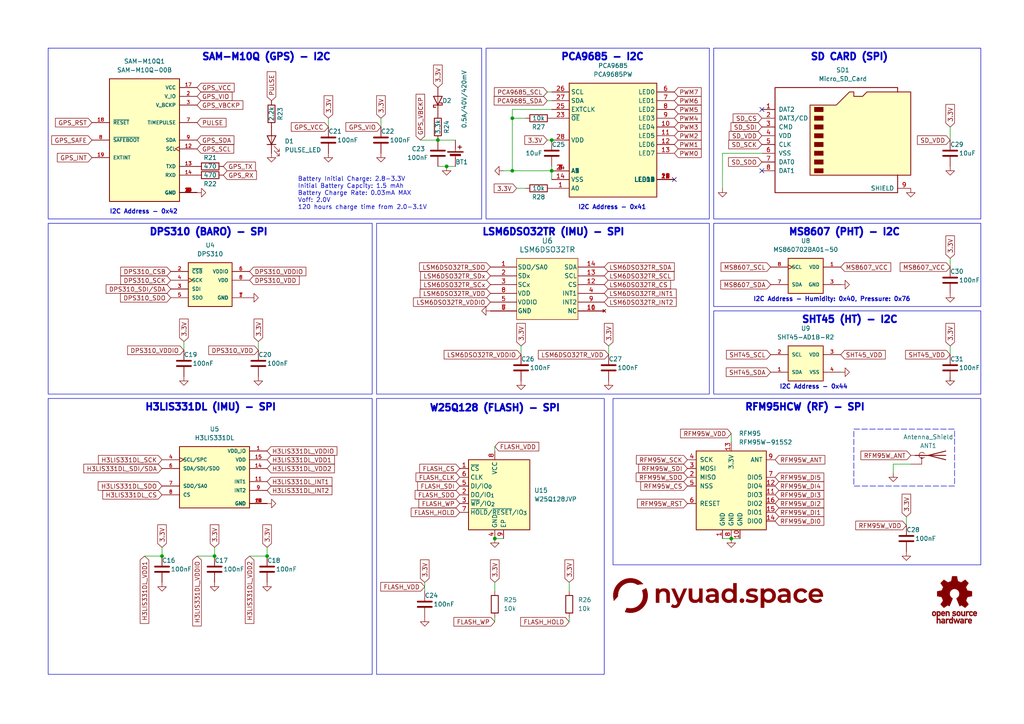
<source format=kicad_sch>
(kicad_sch (version 20250114) (generator "eeschema") (generator_version "9.0")
  (paper "A4")
  (title_block (title "Sensors & Active Components") (company "Aether Flight Computer"))
  (lib_symbols
    (symbol "Connector:Micro_SD_Card" (pin_names (offset 1.016))
      (property "Reference" "J" (at -16.51 15.24 0))
      (property "Value" "Micro_SD_Card" (at 16.51 15.24 0))
      (symbol "Micro_SD_Card_1_1"
        (pin bidirectional line (at -22.86 7.62 0) (length 3.81) (name "DAT2") (number "1"))
        (pin bidirectional line (at -22.86 5.08 0) (length 3.81) (name "DAT3/CD") (number "2"))
        (pin input line (at -22.86 2.54 0) (length 3.81) (name "CMD") (number "3"))
        (pin power_in line (at -22.86 0 0) (length 3.81) (name "VDD") (number "4"))
        (pin input line (at -22.86 -2.54 0) (length 3.81) (name "CLK") (number "5"))
        (pin power_in line (at -22.86 -5.08 0) (length 3.81) (name "VSS") (number "6"))
        (pin bidirectional line (at -22.86 -7.62 0) (length 3.81) (name "DAT0") (number "7"))
        (pin bidirectional line (at -22.86 -10.16 0) (length 3.81) (name "DAT1") (number "8"))
        (pin passive line (at 20.32 -15.24 180) (length 3.81) (name "SHIELD") (number "9"))
      )
    )
    (symbol "DPS310:DPS310" (pin_names (offset 1.016))
      (property "Reference" "U7" (at 0 11.43 0))
      (property "Value" "DPS310" (at 0 8.89 0))
      (symbol "DPS310_0_0"
        (pin input line (at -11.43 3.81 0) (length 5.08) (name "~{CSB}") (number "2"))
        (pin input clock (at -11.43 1.27 0) (length 5.08) (name "SCK") (number "4"))
        (pin bidirectional line (at -11.43 -1.27 0) (length 5.08) (name "SDI") (number "3"))
        (pin output line (at -11.43 -3.81 0) (length 5.08) (name "SDO") (number "5"))
        (pin power_in line (at 11.43 3.81 180) (length 5.08) (name "VDDIO") (number "6"))
        (pin power_in line (at 11.43 1.27 180) (length 5.08) (name "VDD") (number "8"))
        (pin power_in line (at 11.43 -3.81 180) (length 5.08) (name "GND") (number "1"))
        (pin power_in line (at 11.43 -3.81 180) (length 5.08) (name "GND") (number "7"))
      )
    )
    (symbol "Device:Antenna_Shield" (pin_numbers (hide yes)) (pin_names (offset 1.016) (hide yes))
      (property "Reference" "AE" (at -1.905 4.445 0))
      (property "Value" "Antenna_Shield" (at -1.905 2.54 0))
      (symbol "Antenna_Shield_1_1"
        (pin input line (at 0 -5.08 90) (length 2.54) (name "A") (number "1"))
        (pin input line (at 2.54 -5.08 90) (length 2.54) (name "Shield") (number "2"))
      )
    )
    (symbol "Device:Battery_Cell" (pin_numbers (hide yes)) (pin_names (offset 0) (hide yes))
      (property "Reference" "BT" (at 2.54 2.54 0))
      (property "Value" "Battery_Cell" (at 2.54 0 0))
      (symbol "Battery_Cell_1_1"
        (pin passive line (at 0 5.08 270) (length 2.54) (name "+") (number "1"))
        (pin passive line (at 0 -2.54 90) (length 2.54) (name "-") (number "2"))
      )
    )
    (symbol "Device:C" (pin_numbers (hide yes)) (pin_names (offset 0.254))
      (property "Reference" "C" (at 0.635 2.54 0))
      (property "Value" "C" (at 0.635 -2.54 0))
      (symbol "C_1_1"
        (pin passive line (at 0 3.81 270) (length 2.794) (name "~") (number "1"))
        (pin passive line (at 0 -3.81 90) (length 2.794) (name "~") (number "2"))
      )
    )
    (symbol "Device:D_Schottky" (pin_numbers (hide yes)) (pin_names (offset 1.016) (hide yes))
      (property "Reference" "D" (at 0 2.54 0))
      (property "Value" "D_Schottky" (at 0 -2.54 0))
      (symbol "D_Schottky_1_1"
        (pin passive line (at -3.81 0 0) (length 2.54) (name "K") (number "1"))
        (pin passive line (at 3.81 0 180) (length 2.54) (name "A") (number "2"))
      )
    )
    (symbol "Device:LED" (pin_numbers (hide yes)) (pin_names (offset 1.016) (hide yes))
      (property "Reference" "D" (at 0 2.54 0))
      (property "Value" "LED" (at 0 -2.54 0))
      (symbol "LED_1_1"
        (pin passive line (at -3.81 0 0) (length 2.54) (name "K") (number "1"))
        (pin passive line (at 3.81 0 180) (length 2.54) (name "A") (number "2"))
      )
    )
    (symbol "Device:R" (pin_numbers (hide yes)) (pin_names (offset 0))
      (property "Reference" "R" (at 2.032 0 90))
      (property "Value" "R" (at 0 0 90))
      (symbol "R_1_1"
        (pin passive line (at 0 3.81 270) (length 1.27) (name "~") (number "1"))
        (pin passive line (at 0 -3.81 90) (length 1.27) (name "~") (number "2"))
      )
    )
    (symbol "Driver_LED:PCA9685PW"
      (property "Reference" "U7" (at 0 25.4 0))
      (property "Value" "PCA9685PW" (at 0 22.86 0))
      (symbol "PCA9685PW_1_1"
        (pin input line (at -17.78 17.78 0) (length 5.08) (name "SCL") (number "26"))
        (pin bidirectional line (at -17.78 15.24 0) (length 5.08) (name "SDA") (number "27"))
        (pin input line (at -17.78 12.7 0) (length 5.08) (name "EXTCLK") (number "25"))
        (pin input line (at -17.78 10.16 0) (length 5.08) (name "~{OE}") (number "23"))
        (pin power_in line (at -17.78 3.81 0) (length 5.08) (name "VDD") (number "28"))
        (pin input line (at -17.78 -5.08 0) (length 5.08) (name "A1") (number "2"))
        (pin input line (at -17.78 -5.08 0) (length 5.08) (name "A5") (number "24"))
        (pin input line (at -17.78 -5.08 0) (length 5.08) (name "A2") (number "3"))
        (pin input line (at -17.78 -5.08 0) (length 5.08) (name "A3") (number "4"))
        (pin input line (at -17.78 -5.08 0) (length 5.08) (name "A4") (number "5"))
        (pin power_in line (at -17.78 -7.62 0) (length 5.08) (name "VSS") (number "14"))
        (pin input line (at -17.78 -10.16 0) (length 5.08) (name "A0") (number "1"))
        (pin output line (at 17.78 17.78 180) (length 5.08) (name "LED0") (number "6"))
        (pin output line (at 17.78 15.24 180) (length 5.08) (name "LED1") (number "7"))
        (pin output line (at 17.78 12.7 180) (length 5.08) (name "LED2") (number "8"))
        (pin output line (at 17.78 10.16 180) (length 5.08) (name "LED3") (number "9"))
        (pin output line (at 17.78 7.62 180) (length 5.08) (name "LED4") (number "10"))
        (pin output line (at 17.78 5.08 180) (length 5.08) (name "LED5") (number "11"))
        (pin output line (at 17.78 2.54 180) (length 5.08) (name "LED6") (number "12"))
        (pin output line (at 17.78 0 180) (length 5.08) (name "LED7") (number "13"))
        (pin output line (at 17.78 -7.62 180) (length 5.08) (name "LED8") (number "15"))
        (pin output line (at 17.78 -7.62 180) (length 5.08) (name "LED9") (number "16"))
        (pin output line (at 17.78 -7.62 180) (length 5.08) (name "LED10") (number "17"))
        (pin output line (at 17.78 -7.62 180) (length 5.08) (name "LED11") (number "18"))
        (pin output line (at 17.78 -7.62 180) (length 5.08) (name "LED12") (number "19"))
        (pin output line (at 17.78 -7.62 180) (length 5.08) (name "LED13") (number "20"))
        (pin output line (at 17.78 -7.62 180) (length 5.08) (name "LED14") (number "21"))
        (pin output line (at 17.78 -7.62 180) (length 5.08) (name "LED15") (number "22"))
      )
    )
    (symbol "H3LIS331DL:H3LIS331DL" (pin_names (offset 1.016))
      (property "Reference" "U8" (at 0 12.7 0))
      (property "Value" "H3LIS331DL" (at 0 10.16 0))
      (symbol "H3LIS331DL_0_0"
        (pin input clock (at -15.24 5.08 0) (length 5.08) (name "SCL/SPC") (number "4"))
        (pin bidirectional line (at -15.24 2.54 0) (length 5.08) (name "SDA/SDI/SDO") (number "6"))
        (pin bidirectional line (at -15.24 -2.54 0) (length 5.08) (name "SDO/SA0") (number "7"))
        (pin input line (at -15.24 -5.08 0) (length 5.08) (name "CS") (number "8"))
        (pin power_in line (at 15.24 7.62 180) (length 5.08) (name "VDD_IO") (number "1"))
        (pin power_in line (at 15.24 5.08 180) (length 5.08) (name "VDD") (number "15"))
        (pin power_in line (at 15.24 2.54 180) (length 5.08) (name "VDD") (number "14"))
        (pin output line (at 15.24 -1.27 180) (length 5.08) (name "INT1") (number "11"))
        (pin output line (at 15.24 -3.81 180) (length 5.08) (name "INT2") (number "9"))
        (pin power_in line (at 15.24 -7.62 180) (length 5.08) (name "GND") (number "10"))
        (pin power_in line (at 15.24 -7.62 180) (length 5.08) (name "GND") (number "12"))
        (pin power_in line (at 15.24 -7.62 180) (length 5.08) (name "GND") (number "13"))
        (pin power_in line (at 15.24 -7.62 180) (length 5.08) (name "GND") (number "16"))
        (pin power_in line (at 15.24 -7.62 180) (length 5.08) (name "GND") (number "5"))
      )
    )
    (symbol "LSM6DSO32TR:LSM6DSO32TR" (pin_names (offset 0.254))
      (property "Reference" "U16" (at 0 12.7 0))
      (property "Value" "LSM6DSO32TR" (at 0 10.16 0))
      (symbol "LSM6DSO32TR_0_1"
        (pin bidirectional line (at -16.51 6.35 0) (length 7.62) (name "SDO/SA0") (number "1"))
        (pin unspecified line (at -16.51 3.81 0) (length 7.62) (name "SDx") (number "2"))
        (pin unspecified line (at -16.51 1.27 0) (length 7.62) (name "SCx") (number "3"))
        (pin power_in line (at -16.51 -1.27 0) (length 7.62) (name "VDD") (number "8"))
        (pin power_in line (at -16.51 -3.81 0) (length 7.62) (name "VDDIO") (number "5"))
        (pin power_out line (at -16.51 -6.35 0) (length 7.62) (name "GND") (number "6"))
        (pin power_out line (at -16.51 -6.35 0) (length 7.62) (name "GND") (number "7"))
        (pin bidirectional line (at 16.51 6.35 180) (length 7.62) (name "SDA") (number "14"))
        (pin input line (at 16.51 3.81 180) (length 7.62) (name "SCL") (number "13"))
        (pin input line (at 16.51 1.27 180) (length 7.62) (name "CS") (number "12"))
        (pin output line (at 16.51 -1.27 180) (length 7.62) (name "INT1") (number "4"))
        (pin output line (at 16.51 -3.81 180) (length 7.62) (name "INT2") (number "9"))
        (pin no_connect line (at 16.51 -6.35 180) (length 7.62) (name "NC") (number "10"))
        (pin no_connect line (at 16.51 -6.35 180) (length 7.62) (name "NC") (number "11"))
      )
    )
    (symbol "MS860702BA01-50:MS860702BA01-50" (pin_names (offset 1.016))
      (property "Reference" "U6" (at 0 8.89 0))
      (property "Value" "MS860702BA01-50" (at 0 6.35 0))
      (symbol "MS860702BA01-50_0_0"
        (pin input clock (at -10.16 2.54 0) (length 5.08) (name "SCL") (number "8"))
        (pin bidirectional line (at -10.16 -2.54 0) (length 5.08) (name "SDA") (number "7"))
        (pin power_in line (at 10.16 2.54 180) (length 5.08) (name "VDD") (number "1"))
        (pin power_in line (at 10.16 -2.54 180) (length 5.08) (name "GND") (number "3"))
      )
    )
    (symbol "RF_Module:RFM95W-915S2" (pin_names (offset 1.016))
      (property "Reference" "U" (at -10.414 11.684 0))
      (property "Value" "RFM95W-915S2" (at 1.524 11.43 0))
      (symbol "RFM95W-915S2_1_1"
        (pin input line (at -12.7 7.62 0) (length 2.54) (name "SCK") (number "4"))
        (pin input line (at -12.7 5.08 0) (length 2.54) (name "MOSI") (number "3"))
        (pin output line (at -12.7 2.54 0) (length 2.54) (name "MISO") (number "2"))
        (pin input line (at -12.7 0 0) (length 2.54) (name "NSS") (number "5"))
        (pin bidirectional line (at -12.7 -5.08 0) (length 2.54) (name "RESET") (number "6"))
        (pin power_in line (at -2.54 -15.24 90) (length 2.54) (name "GND") (number "1"))
        (pin power_in line (at 0 12.7 270) (length 2.54) (name "3.3V") (number "13"))
        (pin power_in line (at 0 -15.24 90) (length 2.54) (name "GND") (number "8"))
        (pin power_in line (at 2.54 -15.24 90) (length 2.54) (name "GND") (number "10"))
        (pin bidirectional line (at 12.7 7.62 180) (length 2.54) (name "ANT") (number "9"))
        (pin bidirectional line (at 12.7 2.54 180) (length 2.54) (name "DIO5") (number "7"))
        (pin bidirectional line (at 12.7 0 180) (length 2.54) (name "DIO4") (number "12"))
        (pin bidirectional line (at 12.7 -2.54 180) (length 2.54) (name "DIO3") (number "11"))
        (pin bidirectional line (at 12.7 -5.08 180) (length 2.54) (name "DIO2") (number "16"))
        (pin bidirectional line (at 12.7 -7.62 180) (length 2.54) (name "DIO1") (number "15"))
        (pin bidirectional line (at 12.7 -10.16 180) (length 2.54) (name "DIO0") (number "14"))
      )
    )
    (symbol "SAM-M10Q-00B:SAM-M10Q-00B" (pin_names (offset 1.016))
      (property "Reference" "U5" (at 0 22.86 0))
      (property "Value" "SAM-M10Q-00B" (at 0 20.32 0))
      (symbol "SAM-M10Q-00B_0_0"
        (pin input line (at -15.24 5.08 0) (length 5.08) (name "~{RESET}") (number "18"))
        (pin input line (at -15.24 0 0) (length 5.08) (name "~{SAFEBOOT}") (number "8"))
        (pin input line (at -15.24 -5.08 0) (length 5.08) (name "EXTINT") (number "19"))
        (pin power_in line (at 15.24 15.24 180) (length 5.08) (name "VCC") (number "17"))
        (pin power_in line (at 15.24 12.7 180) (length 5.08) (name "V_IO") (number "2"))
        (pin power_in line (at 15.24 10.16 180) (length 5.08) (name "V_BCKP") (number "3"))
        (pin output line (at 15.24 5.08 180) (length 5.08) (name "TIMEPULSE") (number "7"))
        (pin bidirectional line (at 15.24 0 180) (length 5.08) (name "SDA") (number "9"))
        (pin input clock (at 15.24 -2.54 180) (length 5.08) (name "SCL") (number "12"))
        (pin output line (at 15.24 -7.62 180) (length 5.08) (name "TXD") (number "13"))
        (pin input line (at 15.24 -10.16 180) (length 5.08) (name "RXD") (number "14"))
        (pin power_in line (at 15.24 -15.24 180) (length 5.08) (name "GND") (number "1"))
        (pin power_in line (at 15.24 -15.24 180) (length 5.08) (name "GND") (number "10"))
        (pin power_in line (at 15.24 -15.24 180) (length 5.08) (name "GND") (number "11"))
        (pin power_in line (at 15.24 -15.24 180) (length 5.08) (name "GND") (number "15"))
        (pin power_in line (at 15.24 -15.24 180) (length 5.08) (name "GND") (number "16"))
        (pin power_in line (at 15.24 -15.24 180) (length 5.08) (name "GND") (number "20"))
        (pin power_in line (at 15.24 -15.24 180) (length 5.08) (name "GND") (number "4"))
        (pin power_in line (at 15.24 -15.24 180) (length 5.08) (name "GND") (number "5"))
        (pin power_in line (at 15.24 -15.24 180) (length 5.08) (name "GND") (number "6"))
      )
    )
    (symbol "SHT45-AD1B-R2:SHT45-AD1B-R2" (pin_names (offset 1.016))
      (property "Reference" "U10" (at 0 8.89 0))
      (property "Value" "SHT45-AD1B-R2" (at 0 6.35 0))
      (symbol "SHT45-AD1B-R2_0_0"
        (pin input line (at -10.16 2.54 0) (length 5.08) (name "SCL") (number "2"))
        (pin bidirectional line (at -10.16 -2.54 0) (length 5.08) (name "SDA") (number "1"))
        (pin power_in line (at 10.16 2.54 180) (length 5.08) (name "VDD") (number "3"))
        (pin power_in line (at 10.16 -2.54 180) (length 5.08) (name "VSS") (number "4"))
      )
    )
    (symbol "W25Q128JVP_1"
      (property "Reference" "U" (at -6.35 11.43 0))
      (property "Value" "W25Q128JVP" (at 7.62 11.43 0))
      (symbol "W25Q128JVP_1_1_1"
        (pin input line (at -10.16 7.62 0) (length 2.54) (name "~{CS}") (number "1"))
        (pin input line (at -10.16 5.08 0) (length 2.54) (name "CLK") (number "6"))
        (pin bidirectional line (at -10.16 2.54 0) (length 2.54) (name "DI/IO_{0}") (number "5"))
        (pin bidirectional line (at -10.16 0 0) (length 2.54) (name "DO/IO_{1}") (number "2"))
        (pin bidirectional line (at -10.16 -2.54 0) (length 2.54) (name "~{WP}/IO_{2}") (number "3"))
        (pin bidirectional line (at -10.16 -5.08 0) (length 2.54) (name "~{HOLD}/~{RESET}/IO_{3}") (number "7"))
        (pin power_in line (at 0 12.7 270) (length 2.54) (name "VCC") (number "8"))
        (pin power_in line (at 0 -12.7 90) (length 2.54) (name "GND") (number "4"))
        (pin passive line (at 2.54 -12.7 90) (length 2.54) (name "EP") (number "9"))
      )
    )
    (symbol "nyuad_space:LOGO" (pin_names (offset 1.016)))
    (symbol "osh_logo:LOGO" (pin_names (offset 1.016)))
    (symbol "power:GND" (power) (pin_names (offset 0))
      (property "Value" "GND" (at 0 -3.81 0))
      (symbol "GND_1_1"
        (pin power_in line (at 0 0 270) (length 0) (hide yes) (name "GND") (number "1"))
      )
    )
  )
  (rectangle (start 13.97 64.77) (end 107.95 114.3))
  (rectangle (start 140.97 13.97) (end 205.74 63.5))
  (rectangle (start 207.01 13.97) (end 284.48 63.5))
  (rectangle (start 13.97 13.97) (end 139.7 63.5))
  (rectangle (start 109.22 115.57) (end 175.26 195.58))
  (rectangle (start 109.22 64.77) (end 205.74 114.3))
  (rectangle (start 247.65 124.46) (end 276.86 140.97) (stroke (width 0) (type dash)))
  (rectangle (start 177.8 115.57) (end 284.48 163.83))
  (rectangle (start 207.01 90.17) (end 284.48 114.3))
  (rectangle (start 13.97 115.57) (end 107.95 195.58))
  (rectangle (start 207.01 64.77) (end 284.48 88.9))
  (text "DPS310 (BARO) - SPI\n" (at 43.18 68.58 0) (effects (font (size 2 2) (thickness 0.8) (bold yes)) (justify left bottom)))
  (text "I2C Address - Humidity: 0x40, Pressure: 0x76" (at 218.44 87.63 0) (effects (font (size 1.27 1.27) (bold yes)) (justify left bottom)))
  (text "PCA9685 - I2C" (at 162.56 17.78 0) (effects (font (size 2 2) (thickness 0.8) (bold yes)) (justify left bottom)))
  (text "I2C Address - 0x41" (at 167.64 60.96 0) (effects (font (size 1.27 1.27) (bold yes)) (justify left bottom)))
  (text "I2C Address - 0x44" (at 226.06 113.03 0) (effects (font (size 1.27 1.27) (bold yes)) (justify left bottom)))
  (text "SHT45 (HT) - I2C\n" (at 232.41 93.98 0) (effects (font (size 2 2) (thickness 0.8) (bold yes)) (justify left bottom)))
  (text "W25Q128 (FLASH) - SPI\n" (at 124.46 119.634 0) (effects (font (size 2 2) (thickness 0.8) (bold yes)) (justify left bottom)))
  (text "H3LIS331DL (IMU) - SPI\n" (at 41.91 119.38 0) (effects (font (size 2 2) (thickness 0.8) (bold yes)) (justify left bottom)))
  (text "I2C Address - 0x42" (at 31.75 62.23 0) (effects (font (size 1.27 1.27) (bold yes)) (justify left bottom)))
  (text "RFM95HCW (RF) - SPI\n" (at 215.9 119.38 0) (effects (font (size 2 2) (thickness 0.8) (bold yes)) (justify left bottom)))
  (text "SAM-M10Q (GPS) - I2C" (at 58.42 17.78 0) (effects (font (size 2 2) (thickness 0.8) (bold yes)) (justify left bottom)))
  (text "SD CARD (SPI)" (at 234.95 17.78 0) (effects (font (size 2 2) (thickness 0.8) (bold yes)) (justify left bottom)))
  (text "LSM6DSO32TR (IMU) - SPI\n" (at 139.7 68.58 0) (effects (font (size 2 2) (thickness 0.8) (bold yes)) (justify left bottom)))
  (text "Battery Initial Charge: 2.8-3.3V\nInitial Battery Capcity: 1.5 mAh\nBattery Charge Rate: 0.03mA MAX\nVoff: 2.0V\n120 hours charge time from 2.0-3.1V" (at 86.36 60.96 0) (effects (font (size 1.27 1.27)) (justify left bottom)))
  (text "MS8607 (PHT) - I2C\n" (at 228.6 68.58 0) (effects (font (size 2 2) (thickness 0.8) (bold yes)) (justify left bottom)))
  (junction (at 62.23 161.29))
  (junction (at 129.54 48.26))
  (junction (at 148.59 49.53))
  (junction (at 148.59 34.29))
  (junction (at 160.02 49.53))
  (junction (at 46.99 161.29))
  (junction (at 160.02 40.64))
  (junction (at 77.47 161.29))
  (junction (at 212.09 156.21))
  (junction (at 143.51 156.21))
  (junction (at 127 40.64))
  (no_connect (at 220.98 49.53))
  (no_connect (at 220.98 31.75))
  (no_connect (at 195.58 52.07))
  (wire (pts (xy 121.92 40.64) (xy 127 40.64)))
  (wire (pts (xy 160.02 49.53) (xy 160.02 52.07)))
  (wire (pts (xy 110.49 34.29) (xy 110.49 36.83)))
  (wire (pts (xy 95.25 34.29) (xy 95.25 36.83)))
  (wire (pts (xy 275.59 36.83) (xy 275.59 40.64)))
  (wire (pts (xy 275.59 74.93) (xy 275.59 77.47)))
  (wire (pts (xy 146.05 49.53) (xy 148.59 49.53)))
  (wire (pts (xy 53.34 99.06) (xy 53.34 101.6)))
  (wire (pts (xy 143.51 156.21) (xy 146.05 156.21)))
  (wire (pts (xy 57.15 161.29) (xy 62.23 161.29)))
  (wire (pts (xy 275.59 110.49) (xy 275.59 109.22)))
  (wire (pts (xy 148.59 31.75) (xy 160.02 31.75)))
  (wire (pts (xy 152.4 34.29) (xy 148.59 34.29)))
  (wire (pts (xy 129.54 48.26) (xy 132.08 48.26)))
  (wire (pts (xy 41.91 161.29) (xy 46.99 161.29)))
  (wire (pts (xy 158.75 29.21) (xy 160.02 29.21)))
  (wire (pts (xy 212.09 156.21) (xy 214.63 156.21)))
  (wire (pts (xy 149.86 54.61) (xy 152.4 54.61)))
  (wire (pts (xy 148.59 31.75) (xy 148.59 34.29)))
  (wire (pts (xy 123.19 168.91) (xy 123.19 171.45)))
  (wire (pts (xy 72.39 161.29) (xy 77.47 161.29)))
  (wire (pts (xy 209.55 44.45) (xy 209.55 54.61)))
  (wire (pts (xy 148.59 34.29) (xy 148.59 49.53)))
  (wire (pts (xy 77.47 158.75) (xy 77.47 161.29)))
  (wire (pts (xy 160.02 48.26) (xy 160.02 49.53)))
  (wire (pts (xy 62.23 158.75) (xy 62.23 161.29)))
  (wire (pts (xy 127 40.64) (xy 132.08 40.64)))
  (wire (pts (xy 151.13 100.33) (xy 151.13 102.87)))
  (wire (pts (xy 212.09 125.73) (xy 212.09 128.27)))
  (wire (pts (xy 46.99 158.75) (xy 46.99 161.29)))
  (wire (pts (xy 275.59 100.33) (xy 275.59 102.87)))
  (wire (pts (xy 209.55 156.21) (xy 212.09 156.21)))
  (wire (pts (xy 143.51 129.54) (xy 143.51 130.81)))
  (wire (pts (xy 143.51 179.07) (xy 143.51 180.34)))
  (wire (pts (xy 158.75 40.64) (xy 160.02 40.64)))
  (wire (pts (xy 148.59 49.53) (xy 160.02 49.53)))
  (wire (pts (xy 259.08 134.62) (xy 264.16 134.62)))
  (wire (pts (xy 165.1 168.91) (xy 165.1 171.45)))
  (wire (pts (xy 262.89 149.86) (xy 262.89 152.4)))
  (wire (pts (xy 176.53 100.33) (xy 176.53 102.87)))
  (wire (pts (xy 143.51 168.91) (xy 143.51 171.45)))
  (wire (pts (xy 127 48.26) (xy 129.54 48.26)))
  (wire (pts (xy 220.98 44.45) (xy 209.55 44.45)))
  (wire (pts (xy 74.93 99.06) (xy 74.93 101.6)))
  (wire (pts (xy 165.1 179.07) (xy 165.1 180.34)))
  (wire (pts (xy 259.08 137.16) (xy 259.08 134.62)))
  (wire (pts (xy 158.75 26.67) (xy 160.02 26.67)))
  (global_label "PWM7" (shape input) (at 195.58 26.67 0) (property "Intersheetrefs" "${INTERSHEET_REFS}" (effects (hide yes))))
  (global_label "H3LIS331DL_INT2" (shape input) (at 77.47 142.24 0) (property "Intersheetrefs" "${INTERSHEET_REFS}" (effects (hide yes))))
  (global_label "FLASH_VDD" (shape input) (at 123.19 170.18 180) (property "Intersheetrefs" "${INTERSHEET_REFS}" (effects (hide yes))))
  (global_label "DPS310_SCK" (shape input) (at 49.53 81.28 180) (property "Intersheetrefs" "${INTERSHEET_REFS}" (effects (hide yes))))
  (global_label "DPS310_VDDIO" (shape input) (at 72.39 78.74 0) (property "Intersheetrefs" "${INTERSHEET_REFS}" (effects (hide yes))))
  (global_label "3.3V" (shape input) (at 77.47 158.75 90) (property "Intersheetrefs" "${INTERSHEET_REFS}" (effects (hide yes))))
  (global_label "SD_SCK" (shape input) (at 220.98 41.91 180) (property "Intersheetrefs" "${INTERSHEET_REFS}" (effects (hide yes))))
  (global_label "RFM95W_SDO" (shape input) (at 199.39 138.43 180) (property "Intersheetrefs" "${INTERSHEET_REFS}" (effects (hide yes))))
  (global_label "MS8607_VCC" (shape input) (at 275.59 77.47 180) (property "Intersheetrefs" "${INTERSHEET_REFS}" (effects (hide yes))))
  (global_label "DPS310_VDDIO" (shape input) (at 53.34 101.6 180) (property "Intersheetrefs" "${INTERSHEET_REFS}" (effects (hide yes))))
  (global_label "MS8607_SCL" (shape input) (at 223.52 77.47 180) (property "Intersheetrefs" "${INTERSHEET_REFS}" (effects (hide yes))))
  (global_label "H3LIS331DL_CS" (shape input) (at 46.99 143.51 180) (property "Intersheetrefs" "${INTERSHEET_REFS}" (effects (hide yes))))
  (global_label "3.3V" (shape input) (at 275.59 100.33 90) (property "Intersheetrefs" "${INTERSHEET_REFS}" (effects (hide yes))))
  (global_label "PWM4" (shape input) (at 195.58 34.29 0) (property "Intersheetrefs" "${INTERSHEET_REFS}" (effects (hide yes))))
  (global_label "3.3V" (shape input) (at 149.86 54.61 180) (property "Intersheetrefs" "${INTERSHEET_REFS}" (effects (hide yes))))
  (global_label "GPS_VIO" (shape input) (at 110.49 36.83 180) (property "Intersheetrefs" "${INTERSHEET_REFS}" (effects (hide yes))))
  (global_label "PWM2" (shape input) (at 195.58 39.37 0) (property "Intersheetrefs" "${INTERSHEET_REFS}" (effects (hide yes))))
  (global_label "LSM6DSO32TR_VDD" (shape input) (at 176.53 102.87 180) (property "Intersheetrefs" "${INTERSHEET_REFS}" (effects (hide yes))))
  (global_label "3.3V" (shape input) (at 95.25 34.29 90) (property "Intersheetrefs" "${INTERSHEET_REFS}" (effects (hide yes))))
  (global_label "3.3V" (shape input) (at 62.23 158.75 90) (property "Intersheetrefs" "${INTERSHEET_REFS}" (effects (hide yes))))
  (global_label "H3LIS331DL_SCK" (shape input) (at 46.99 133.35 180) (property "Intersheetrefs" "${INTERSHEET_REFS}" (effects (hide yes))))
  (global_label "3.3V" (shape input) (at 123.19 168.91 90) (property "Intersheetrefs" "${INTERSHEET_REFS}" (effects (hide yes))))
  (global_label "3.3V" (shape input) (at 110.49 34.29 90) (property "Intersheetrefs" "${INTERSHEET_REFS}" (effects (hide yes))))
  (global_label "RFM95W_VDD" (shape input) (at 212.09 125.73 180) (property "Intersheetrefs" "${INTERSHEET_REFS}" (effects (hide yes))))
  (global_label "H3LIS331DL_SDO" (shape input) (at 46.99 140.97 180) (property "Intersheetrefs" "${INTERSHEET_REFS}" (effects (hide yes))))
  (global_label "H3LIS331DL_INT1" (shape input) (at 77.47 139.7 0) (property "Intersheetrefs" "${INTERSHEET_REFS}" (effects (hide yes))))
  (global_label "LSM6DSO32TR_SDx" (shape input) (at 142.24 80.01 180) (property "Intersheetrefs" "${INTERSHEET_REFS}" (effects (hide yes))))
  (global_label "H3LIS331DL_VDD2" (shape input) (at 77.47 135.89 0) (property "Intersheetrefs" "${INTERSHEET_REFS}" (effects (hide yes))))
  (global_label "SD_SDI" (shape input) (at 220.98 36.83 180) (property "Intersheetrefs" "${INTERSHEET_REFS}" (effects (hide yes))))
  (global_label "RFM95W_ANT" (shape input) (at 224.79 133.35 0) (property "Intersheetrefs" "${INTERSHEET_REFS}" (effects (hide yes))))
  (global_label "GPS_VIO" (shape input) (at 57.15 27.94 0) (property "Intersheetrefs" "${INTERSHEET_REFS}" (effects (hide yes))))
  (global_label "PWM6" (shape input) (at 195.58 29.21 0) (property "Intersheetrefs" "${INTERSHEET_REFS}" (effects (hide yes))))
  (global_label "PULSE" (shape input) (at 78.74 29.21 90) (property "Intersheetrefs" "${INTERSHEET_REFS}" (effects (hide yes))))
  (global_label "SHT45_VDD" (shape input) (at 275.59 102.87 180) (property "Intersheetrefs" "${INTERSHEET_REFS}" (effects (hide yes))))
  (global_label "FLASH_SDI" (shape input) (at 133.35 140.97 180) (property "Intersheetrefs" "${INTERSHEET_REFS}" (effects (hide yes))))
  (global_label "LSM6DSO32TR_SDO" (shape input) (at 142.24 77.47 180) (property "Intersheetrefs" "${INTERSHEET_REFS}" (effects (hide yes))))
  (global_label "PWM3" (shape input) (at 195.58 36.83 0) (property "Intersheetrefs" "${INTERSHEET_REFS}" (effects (hide yes))))
  (global_label "GPS_RX" (shape input) (at 64.77 50.8 0) (property "Intersheetrefs" "${INTERSHEET_REFS}" (effects (hide yes))))
  (global_label "FLASH_CS" (shape input) (at 133.35 135.89 180) (property "Intersheetrefs" "${INTERSHEET_REFS}" (effects (hide yes))))
  (global_label "GPS_TX" (shape input) (at 64.77 48.26 0) (property "Intersheetrefs" "${INTERSHEET_REFS}" (effects (hide yes))))
  (global_label "FLASH_WP" (shape input) (at 143.51 180.34 180) (property "Intersheetrefs" "${INTERSHEET_REFS}" (effects (hide yes))))
  (global_label "H3LIS331DL_SDI{slash}SDA" (shape input) (at 46.99 135.89 180) (property "Intersheetrefs" "${INTERSHEET_REFS}" (effects (hide yes))))
  (global_label "LSM6DSO32TR_SCx" (shape input) (at 142.24 82.55 180) (property "Intersheetrefs" "${INTERSHEET_REFS}" (effects (hide yes))))
  (global_label "SHT45_SCL" (shape input) (at 223.52 102.87 180) (property "Intersheetrefs" "${INTERSHEET_REFS}" (effects (hide yes))))
  (global_label "RFM95W_SDI" (shape input) (at 199.39 135.89 180) (property "Intersheetrefs" "${INTERSHEET_REFS}" (effects (hide yes))))
  (global_label "LSM6DSO32TR_VDDIO" (shape input) (at 142.24 87.63 180) (property "Intersheetrefs" "${INTERSHEET_REFS}" (effects (hide yes))))
  (global_label "SHT45_VDD" (shape input) (at 243.84 102.87 0) (property "Intersheetrefs" "${INTERSHEET_REFS}" (effects (hide yes))))
  (global_label "3.3V" (shape input) (at 53.34 99.06 90) (property "Intersheetrefs" "${INTERSHEET_REFS}" (effects (hide yes))))
  (global_label "PULSE" (shape input) (at 57.15 35.56 0) (property "Intersheetrefs" "${INTERSHEET_REFS}" (effects (hide yes))))
  (global_label "GPS_SDA" (shape input) (at 57.15 40.64 0) (property "Intersheetrefs" "${INTERSHEET_REFS}" (effects (hide yes))))
  (global_label "GPS_SAFE" (shape input) (at 26.67 40.64 180) (property "Intersheetrefs" "${INTERSHEET_REFS}" (effects (hide yes))))
  (global_label "GPS_INT" (shape input) (at 26.67 45.72 180) (property "Intersheetrefs" "${INTERSHEET_REFS}" (effects (hide yes))))
  (global_label "PCA9685_SDA" (shape input) (at 158.75 29.21 180) (property "Intersheetrefs" "${INTERSHEET_REFS}" (effects (hide yes))))
  (global_label "3.3V" (shape input) (at 127 25.4 90) (property "Intersheetrefs" "${INTERSHEET_REFS}" (effects (hide yes))))
  (global_label "3.3V" (shape input) (at 275.59 74.93 90) (property "Intersheetrefs" "${INTERSHEET_REFS}" (effects (hide yes))))
  (global_label "PCA9685_SCL" (shape input) (at 158.75 26.67 180) (property "Intersheetrefs" "${INTERSHEET_REFS}" (effects (hide yes))))
  (global_label "3.3V" (shape input) (at 46.99 158.75 90) (property "Intersheetrefs" "${INTERSHEET_REFS}" (effects (hide yes))))
  (global_label "H3LIS331DL_VDD2" (shape input) (at 72.39 161.29 270) (property "Intersheetrefs" "${INTERSHEET_REFS}" (effects (hide yes))))
  (global_label "PWM0" (shape input) (at 195.58 44.45 0) (property "Intersheetrefs" "${INTERSHEET_REFS}" (effects (hide yes))))
  (global_label "3.3V" (shape input) (at 158.75 40.64 180) (property "Intersheetrefs" "${INTERSHEET_REFS}" (effects (hide yes))))
  (global_label "RFM95W_DI1" (shape input) (at 224.79 148.59 0) (property "Intersheetrefs" "${INTERSHEET_REFS}" (effects (hide yes))))
  (global_label "H3LIS331DL_VDDIO" (shape input) (at 57.15 161.29 270) (property "Intersheetrefs" "${INTERSHEET_REFS}" (effects (hide yes))))
  (global_label "3.3V" (shape input) (at 74.93 99.06 90) (property "Intersheetrefs" "${INTERSHEET_REFS}" (effects (hide yes))))
  (global_label "3.3V" (shape input) (at 275.59 36.83 90) (property "Intersheetrefs" "${INTERSHEET_REFS}" (effects (hide yes))))
  (global_label "H3LIS331DL_VDD1" (shape input) (at 77.47 133.35 0) (property "Intersheetrefs" "${INTERSHEET_REFS}" (effects (hide yes))))
  (global_label "PWM5" (shape input) (at 195.58 31.75 0) (property "Intersheetrefs" "${INTERSHEET_REFS}" (effects (hide yes))))
  (global_label "GPS_RST" (shape input) (at 26.67 35.56 180) (property "Intersheetrefs" "${INTERSHEET_REFS}" (effects (hide yes))))
  (global_label "FLASH_VDD" (shape input) (at 143.51 129.54 0) (property "Intersheetrefs" "${INTERSHEET_REFS}" (effects (hide yes))))
  (global_label "DPS310_CSB" (shape input) (at 49.53 78.74 180) (property "Intersheetrefs" "${INTERSHEET_REFS}" (effects (hide yes))))
  (global_label "LSM6DSO32TR_SDA" (shape input) (at 175.26 77.47 0) (property "Intersheetrefs" "${INTERSHEET_REFS}" (effects (hide yes))))
  (global_label "3.3V" (shape input) (at 165.1 168.91 90) (property "Intersheetrefs" "${INTERSHEET_REFS}" (effects (hide yes))))
  (global_label "FLASH_SDO" (shape input) (at 133.35 143.51 180) (property "Intersheetrefs" "${INTERSHEET_REFS}" (effects (hide yes))))
  (global_label "FLASH_CLK" (shape input) (at 133.35 138.43 180) (property "Intersheetrefs" "${INTERSHEET_REFS}" (effects (hide yes))))
  (global_label "H3LIS331DL_VDDIO" (shape input) (at 77.47 130.81 0) (property "Intersheetrefs" "${INTERSHEET_REFS}" (effects (hide yes))))
  (global_label "RFM95W_ANT" (shape input) (at 264.16 132.08 180) (property "Intersheetrefs" "${INTERSHEET_REFS}" (effects (hide yes))))
  (global_label "RFM95W_VDD" (shape input) (at 262.89 152.4 180) (property "Intersheetrefs" "${INTERSHEET_REFS}" (effects (hide yes))))
  (global_label "3.3V" (shape input) (at 176.53 100.33 90) (property "Intersheetrefs" "${INTERSHEET_REFS}" (effects (hide yes))))
  (global_label "3.3V" (shape input) (at 151.13 100.33 90) (property "Intersheetrefs" "${INTERSHEET_REFS}" (effects (hide yes))))
  (global_label "GPS_VBCKP" (shape input) (at 57.15 30.48 0) (property "Intersheetrefs" "${INTERSHEET_REFS}" (effects (hide yes))))
  (global_label "MS8607_SDA" (shape input) (at 223.52 82.55 180) (property "Intersheetrefs" "${INTERSHEET_REFS}" (effects (hide yes))))
  (global_label "GPS_VCC" (shape input) (at 95.25 36.83 180) (property "Intersheetrefs" "${INTERSHEET_REFS}" (effects (hide yes))))
  (global_label "LSM6DSO32TR_VDD" (shape input) (at 142.24 85.09 180) (property "Intersheetrefs" "${INTERSHEET_REFS}" (effects (hide yes))))
  (global_label "DPS310_VDD" (shape input) (at 72.39 81.28 0) (property "Intersheetrefs" "${INTERSHEET_REFS}" (effects (hide yes))))
  (global_label "LSM6DSO32TR_CS" (shape input) (at 175.26 82.55 0) (property "Intersheetrefs" "${INTERSHEET_REFS}" (effects (hide yes))))
  (global_label "FLASH_HOLD" (shape input) (at 133.35 148.59 180) (property "Intersheetrefs" "${INTERSHEET_REFS}" (effects (hide yes))))
  (global_label "SD_VDD" (shape input) (at 275.59 40.64 180) (property "Intersheetrefs" "${INTERSHEET_REFS}" (effects (hide yes))))
  (global_label "RFM95W_RST" (shape input) (at 199.39 146.05 180) (property "Intersheetrefs" "${INTERSHEET_REFS}" (effects (hide yes))))
  (global_label "FLASH_HOLD" (shape input) (at 165.1 180.34 180) (property "Intersheetrefs" "${INTERSHEET_REFS}" (effects (hide yes))))
  (global_label "RFM95W_DI2" (shape input) (at 224.79 146.05 0) (property "Intersheetrefs" "${INTERSHEET_REFS}" (effects (hide yes))))
  (global_label "PWM1" (shape input) (at 195.58 41.91 0) (property "Intersheetrefs" "${INTERSHEET_REFS}" (effects (hide yes))))
  (global_label "DPS310_VDD" (shape input) (at 74.93 101.6 180) (property "Intersheetrefs" "${INTERSHEET_REFS}" (effects (hide yes))))
  (global_label "RFM95W_CS" (shape input) (at 199.39 140.97 180) (property "Intersheetrefs" "${INTERSHEET_REFS}" (effects (hide yes))))
  (global_label "MS8607_VCC" (shape input) (at 243.84 77.47 0) (property "Intersheetrefs" "${INTERSHEET_REFS}" (effects (hide yes))))
  (global_label "LSM6DSO32TR_SCL" (shape input) (at 175.26 80.01 0) (property "Intersheetrefs" "${INTERSHEET_REFS}" (effects (hide yes))))
  (global_label "GPS_VBCKP" (shape input) (at 121.92 40.64 90) (property "Intersheetrefs" "${INTERSHEET_REFS}" (effects (hide yes))))
  (global_label "RFM95W_DI3" (shape input) (at 224.79 143.51 0) (property "Intersheetrefs" "${INTERSHEET_REFS}" (effects (hide yes))))
  (global_label "SD_CS" (shape input) (at 220.98 34.29 180) (property "Intersheetrefs" "${INTERSHEET_REFS}" (effects (hide yes))))
  (global_label "3.3V" (shape input) (at 262.89 149.86 90) (property "Intersheetrefs" "${INTERSHEET_REFS}" (effects (hide yes))))
  (global_label "GPS_SCL" (shape input) (at 57.15 43.18 0) (property "Intersheetrefs" "${INTERSHEET_REFS}" (effects (hide yes))))
  (global_label "SHT45_SDA" (shape input) (at 223.52 107.95 180) (property "Intersheetrefs" "${INTERSHEET_REFS}" (effects (hide yes))))
  (global_label "LSM6DSO32TR_VDDIO" (shape input) (at 151.13 102.87 180) (property "Intersheetrefs" "${INTERSHEET_REFS}" (effects (hide yes))))
  (global_label "RFM95W_DI4" (shape input) (at 224.79 140.97 0) (property "Intersheetrefs" "${INTERSHEET_REFS}" (effects (hide yes))))
  (global_label "H3LIS331DL_VDD1" (shape input) (at 41.91 161.29 270) (property "Intersheetrefs" "${INTERSHEET_REFS}" (effects (hide yes))))
  (global_label "3.3V" (shape input) (at 143.51 168.91 90) (property "Intersheetrefs" "${INTERSHEET_REFS}" (effects (hide yes))))
  (global_label "LSM6DSO32TR_INT2" (shape input) (at 175.26 87.63 0) (property "Intersheetrefs" "${INTERSHEET_REFS}" (effects (hide yes))))
  (global_label "RFM95W_DI5" (shape input) (at 224.79 138.43 0) (property "Intersheetrefs" "${INTERSHEET_REFS}" (effects (hide yes))))
  (global_label "GPS_VCC" (shape input) (at 57.15 25.4 0) (property "Intersheetrefs" "${INTERSHEET_REFS}" (effects (hide yes))))
  (global_label "RFM95W_SCK" (shape input) (at 199.39 133.35 180) (property "Intersheetrefs" "${INTERSHEET_REFS}" (effects (hide yes))))
  (global_label "RFM95W_DI0" (shape input) (at 224.79 151.13 0) (property "Intersheetrefs" "${INTERSHEET_REFS}" (effects (hide yes))))
  (global_label "FLASH_WP" (shape input) (at 133.35 146.05 180) (property "Intersheetrefs" "${INTERSHEET_REFS}" (effects (hide yes))))
  (global_label "SD_SDO" (shape input) (at 220.98 46.99 180) (property "Intersheetrefs" "${INTERSHEET_REFS}" (effects (hide yes))))
  (global_label "DPS310_SDO" (shape input) (at 49.53 86.36 180) (property "Intersheetrefs" "${INTERSHEET_REFS}" (effects (hide yes))))
  (global_label "LSM6DSO32TR_INT1" (shape input) (at 175.26 85.09 0) (property "Intersheetrefs" "${INTERSHEET_REFS}" (effects (hide yes))))
  (global_label "SD_VDD" (shape input) (at 220.98 39.37 180) (property "Intersheetrefs" "${INTERSHEET_REFS}" (effects (hide yes))))
  (global_label "DPS310_SDI{slash}SDA" (shape input) (at 49.53 83.82 180) (property "Intersheetrefs" "${INTERSHEET_REFS}" (effects (hide yes))))
  (symbol (lib_id "power:GND") (at 95.25 44.45 0) (unit 1)
    (property "Reference" "#PWR0157" (effects (hide yes)))
    (property "Value" "GND" (effects (hide yes)))
  )
  (symbol (lib_id "Device:R") (at 156.21 54.61 270) (unit 1)
    (property "Reference" "R28" (at 156.21 57.15 90))
    (property "Value" "10k" (at 156.21 54.61 90))
    (property "Footprint" "Resistor_SMD:R_0402_1005Metric" (effects (hide yes)))
  )
  (symbol (lib_id "Device:R") (at 143.51 175.26 0) (unit 1)
    (property "Reference" "R25" (at 146.05 173.9899 0) (effects (justify left)))
    (property "Value" "10k" (at 146.05 176.5299 0) (effects (justify left)))
    (property "Footprint" "Resistor_SMD:R_0402_1005Metric" (effects (hide yes)))
  )
  (symbol (lib_id "Device:C") (at 262.89 156.21 0) (unit 1)
    (property "Reference" "C28" (at 262.89 153.67 0) (effects (justify left)))
    (property "Value" "100nF" (at 265.43 156.21 0) (effects (justify left)))
    (property "Footprint" "Capacitor_SMD:C_0402_1005Metric" (effects (hide yes)))
  )
  (symbol (lib_id "power:GND") (at 209.55 54.61 0) (unit 1)
    (property "Reference" "#PWR09" (effects (hide yes)))
    (property "Value" "GND" (effects (hide yes)))
  )
  (symbol (lib_id "power:GND") (at 275.59 48.26 0) (unit 1)
    (property "Reference" "#PWR0139" (effects (hide yes)))
    (property "Value" "GND" (effects (hide yes)))
  )
  (symbol (lib_id "Device:C") (at 275.59 44.45 0) (unit 1)
    (property "Reference" "C29" (at 275.59 41.91 0) (effects (justify left)))
    (property "Value" "10uF" (at 278.13 44.45 0) (effects (justify left)))
    (property "Footprint" "Capacitor_SMD:C_0805_2012Metric" (effects (hide yes)))
  )
  (symbol (lib_id "Device:C") (at 275.59 81.28 0) (unit 1)
    (property "Reference" "C30" (at 275.59 78.74 0) (effects (justify left)))
    (property "Value" "100nF" (at 278.13 81.28 0) (effects (justify left)))
    (property "Footprint" "Capacitor_SMD:C_0402_1005Metric" (effects (hide yes)))
  )
  (symbol (lib_id "Connector:Micro_SD_Card") (at 243.84 39.37 0) (unit 1)
    (property "Reference" "SD1" (at 244.475 20.32 0))
    (property "Value" "Micro_SD_Card" (at 244.475 22.86 0))
    (property "Footprint" "Connector_Card:microSD_HC_Wuerth_693072010801" (effects (hide yes)))
    (property "Datasheet" "https://www.we-online.com/components/products/datasheet/693072010801.pdf" (effects (hide yes)))
    (property "Description" "Micro SD Card Socket" (effects (hide yes)))
  )
  (symbol (lib_id "Device:R") (at 156.21 34.29 270) (unit 1)
    (property "Reference" "R27" (at 156.21 36.83 90))
    (property "Value" "10k" (at 156.21 34.29 90))
    (property "Footprint" "Resistor_SMD:R_0402_1005Metric" (effects (hide yes)))
  )
  (symbol (lib_id "power:GND") (at 57.15 55.88 90) (unit 1)
    (property "Reference" "#PWR0156" (effects (hide yes)))
    (property "Value" "GND" (effects (hide yes)))
  )
  (symbol (lib_id "nyuad_space:LOGO") (at 208.28 172.72 0) (unit 1)
    (property "Reference" "#G5" (effects (hide yes)))
    (property "Value" "LOGO" (effects (hide yes)))
  )
  (symbol (lib_id "power:GND") (at 212.09 156.21 0) (unit 1)
    (property "Reference" "#PWR018" (effects (hide yes)))
    (property "Value" "GND" (effects (hide yes)))
  )
  (symbol (lib_id "Device:C") (at 160.02 44.45 0) (unit 1)
    (property "Reference" "C25" (at 160.02 41.91 0) (effects (justify left)))
    (property "Value" "10uF" (at 152.4 44.45 0) (effects (justify left)))
    (property "Footprint" "Capacitor_SMD:C_0805_2012Metric" (effects (hide yes)))
  )
  (symbol (lib_id "DPS310:DPS310") (at 60.96 82.55 0) (unit 1)
    (property "Reference" "U4" (at 60.96 71.12 0))
    (property "Value" "DPS310" (at 60.96 73.66 0))
    (property "Footprint" "DPS310:XDCR_DPS310" (effects (hide yes)))
    (property "MF" "Infineon Technologies" (effects (hide yes)))
    (property "DESCRIPTION" "The DPS310 is a miniaturized Digital Barometric Air Pressure Sensor with a high accuracy and a low current consumption, capable of measuring both pressure and temperature." (effects (hide yes)))
    (property "PACKAGE" "VFLGA-8 Infineon Technologies" (effects (hide yes)))
    (property "PRICE" "None" (effects (hide yes)))
    (property "MP" "DPS310" (effects (hide yes)))
    (property "AVAILABILITY" "Unavailable" (effects (hide yes)))
  )
  (symbol (lib_id "power:GND") (at 143.51 156.21 0) (unit 1)
    (property "Reference" "#PWR0143" (effects (hide yes)))
    (property "Value" "GND" (effects (hide yes)))
  )
  (symbol (lib_id "power:GND") (at 123.19 179.07 0) (unit 1)
    (property "Reference" "#PWR0148" (effects (hide yes)))
    (property "Value" "GND" (effects (hide yes)))
  )
  (symbol (lib_id "Device:C") (at 53.34 105.41 0) (unit 1)
    (property "Reference" "C19" (at 53.34 102.87 0) (effects (justify left)))
    (property "Value" "100nF" (at 55.88 105.41 0) (effects (justify left)))
    (property "Footprint" "Capacitor_SMD:C_0402_1005Metric" (effects (hide yes)))
  )
  (symbol (lib_id "power:GND") (at 264.16 54.61 0) (unit 1)
    (property "Reference" "#PWR010" (effects (hide yes)))
    (property "Value" "GND" (effects (hide yes)))
  )
  (symbol (lib_id "Device:C") (at 127 44.45 0) (unit 1)
    (property "Reference" "C23" (at 119.38 43.18 0) (effects (justify left)))
    (property "Value" "100nF" (at 118.11 45.72 0) (effects (justify left)))
    (property "Footprint" "Capacitor_SMD:C_0402_1005Metric" (effects (hide yes)))
  )
  (symbol (lib_id "LSM6DSO32TR:LSM6DSO32TR") (at 158.75 83.82 0) (unit 1)
    (property "Reference" "U6" (at 158.75 69.85 0) (effects (font (size 1.524 1.524))))
    (property "Value" "LSM6DSO32TR" (at 158.75 72.39 0) (effects (font (size 1.524 1.524))))
    (property "Footprint" "Package_LGA:LGA-14_3x2.5mm_P0.5mm_LayoutBorder3x4y" (effects (hide yes)))
    (property "Datasheet" "LSM6DSO32TR" (effects (hide yes)))
  )
  (symbol (lib_id "Device:C") (at 74.93 105.41 0) (unit 1)
    (property "Reference" "C20" (at 74.93 102.87 0) (effects (justify left)))
    (property "Value" "100nF" (at 77.47 105.41 0) (effects (justify left)))
    (property "Footprint" "Capacitor_SMD:C_0402_1005Metric" (effects (hide yes)))
  )
  (symbol (lib_id "Driver_LED:PCA9685PW") (at 177.8 44.45 0) (unit 1)
    (property "Reference" "PCA9685" (at 177.8 19.05 0))
    (property "Value" "PCA9685PW" (at 177.8 21.59 0))
    (property "Footprint" "Package_SO:TSSOP-28_4.4x9.7mm_P0.65mm" (effects (hide yes)))
    (property "Datasheet" "http://www.nxp.com/docs/en/data-sheet/PCA9685.pdf" (effects (hide yes)))
  )
  (symbol (lib_id "Device:R") (at 127 36.83 180) (unit 1)
    (property "Reference" "R24" (at 129.54 36.83 90))
    (property "Value" "3.3k" (at 127 36.83 90))
    (property "Footprint" "Resistor_SMD:R_0402_1005Metric" (effects (hide yes)))
  )
  (symbol (lib_id "Device:C") (at 46.99 165.1 0) (unit 1)
    (property "Reference" "C16" (at 46.99 162.56 0) (effects (justify left)))
    (property "Value" "100nF" (at 49.53 165.1 0) (effects (justify left)))
    (property "Footprint" "Capacitor_SMD:C_0402_1005Metric" (effects (hide yes)))
  )
  (symbol (lib_id "power:GND") (at 110.49 44.45 0) (unit 1)
    (property "Reference" "#PWR0145" (effects (hide yes)))
    (property "Value" "GND" (effects (hide yes)))
  )
  (symbol (lib_id "Device:R") (at 165.1 175.26 0) (unit 1)
    (property "Reference" "R26" (at 167.64 173.9899 0) (effects (justify left)))
    (property "Value" "10k" (at 167.64 176.5299 0) (effects (justify left)))
    (property "Footprint" "Resistor_SMD:R_0402_1005Metric" (effects (hide yes)))
  )
  (symbol (lib_id "Device:R") (at 60.96 50.8 90) (unit 1)
    (property "Reference" "R22" (at 60.96 53.34 90))
    (property "Value" "470" (at 60.96 50.8 90))
    (property "Footprint" "Resistor_SMD:R_0402_1005Metric" (effects (hide yes)))
  )
  (symbol (lib_id "Device:LED") (at 78.74 40.64 90) (unit 1)
    (property "Reference" "D1" (at 82.55 40.9575 90) (effects (justify right)))
    (property "Value" "PULSE_LED" (at 82.55 43.4975 90) (effects (justify right)))
    (property "Footprint" "LED_SMD:LED_0603_1608Metric" (effects (hide yes)))
  )
  (symbol (lib_id "Device:C") (at 275.59 106.68 0) (unit 1)
    (property "Reference" "C31" (at 275.59 104.14 0) (effects (justify left)))
    (property "Value" "100nF" (at 278.13 106.68 0) (effects (justify left)))
    (property "Footprint" "Capacitor_SMD:C_0402_1005Metric" (effects (hide yes)))
  )
  (symbol (lib_id "SHT45-AD1B-R2:SHT45-AD1B-R2") (at 233.68 105.41 0) (unit 1)
    (property "Reference" "U9" (at 233.68 95.25 0))
    (property "Value" "SHT45-AD1B-R2" (at 233.68 97.79 0))
    (property "Footprint" "Sensor_Humidity:Sensirion_DFN-4_1.5x1.5mm_P0.8mm_SHT4x_NoCentralPad" (effects (hide yes)))
  )
  (symbol (lib_id "power:GND") (at 259.08 137.16 0) (unit 1)
    (property "Reference" "#PWR0133" (effects (hide yes)))
    (property "Value" "GND" (effects (hide yes)))
  )
  (symbol (lib_name "W25Q128JVP_1") (lib_id "Memory_Flash:W25Q128JVP") (at 143.51 143.51 0) (unit 1)
    (property "Reference" "U15" (at 154.94 142.2399 0) (effects (justify left)))
    (property "Value" "W25Q128JVP" (at 154.94 144.7799 0) (effects (justify left)))
    (property "Footprint" "Package_SON:WSON-8-1EP_6x5mm_P1.27mm_EP3.4x4.3mm" (effects (hide yes)))
    (property "Datasheet" "https://www.winbond.com/resource-files/w25q128jv_dtr%20revc%2003272018%20plus.pdf" (effects (hide yes)))
    (property "Description" "128Mbit / 16MiB Serial Flash Memory, Standard/Dual/Quad SPI, 2.7-3.6V, WSON-8" (effects (hide yes)))
  )
  (symbol (lib_id "power:GND") (at 275.59 109.22 0) (unit 1)
    (property "Reference" "#PWR0135" (effects (hide yes)))
    (property "Value" "GND" (effects (hide yes)))
  )
  (symbol (lib_id "RF_Module:RFM95W-915S2") (at 212.09 140.97 0) (unit 1)
    (property "Reference" "RFM95" (at 214.2841 125.73 0) (effects (justify left)))
    (property "Value" "RFM95W-915S2" (at 214.2841 128.27 0) (effects (justify left)))
    (property "Footprint" "RF_Module:HOPERF_RFM9XW_SMD" (effects (hide yes)))
    (property "Datasheet" "https://www.hoperf.com/data/upload/portal/20181127/5bfcbea20e9ef.pdf" (effects (hide yes)))
    (property "Description" "Low power long range transceiver module, SPI and parallel interface, 915 MHz, spreading factor 6 to12, bandwidth 7.8 to 500kHz, -111 to -148 dBm, SMD-16, DIP-16" (effects (hide yes)))
  )
  (symbol (lib_id "power:GND") (at 176.53 110.49 0) (unit 1)
    (property "Reference" "#PWR0147" (effects (hide yes)))
    (property "Value" "GND" (effects (hide yes)))
  )
  (symbol (lib_id "MS860702BA01-50:MS860702BA01-50") (at 233.68 80.01 0) (unit 1)
    (property "Reference" "U8" (at 233.68 69.85 0))
    (property "Value" "MS860702BA01-50" (at 233.68 72.39 0))
    (property "Footprint" "MS8607-02BA01:MS8607-02BA01" (effects (hide yes)))
    (property "Comment" "MS860702BA01-50" (effects (hide yes)))
  )
  (symbol (lib_id "power:GND") (at 151.13 110.49 0) (unit 1)
    (property "Reference" "#PWR0146" (effects (hide yes)))
    (property "Value" "GND" (effects (hide yes)))
  )
  (symbol (lib_id "power:GND") (at 243.84 107.95 90) (unit 1)
    (property "Reference" "#PWR0132" (effects (hide yes)))
    (property "Value" "GND" (effects (hide yes)))
  )
  (symbol (lib_id "Device:C") (at 77.47 165.1 0) (unit 1)
    (property "Reference" "C18" (at 77.47 162.56 0) (effects (justify left)))
    (property "Value" "100nF" (at 80.01 165.1 0) (effects (justify left)))
    (property "Footprint" "Capacitor_SMD:C_0402_1005Metric" (effects (hide yes)))
  )
  (symbol (lib_id "osh_logo:LOGO") (at 276.86 173.99 0) (unit 1)
    (property "Reference" "#G6" (effects (hide yes)))
    (property "Value" "LOGO" (effects (hide yes)))
  )
  (symbol (lib_id "Device:C") (at 95.25 40.64 0) (unit 1)
    (property "Reference" "C21" (at 95.25 38.1 0) (effects (justify left)))
    (property "Value" "100nF" (at 97.79 40.64 0) (effects (justify left)))
    (property "Footprint" "Capacitor_SMD:C_0402_1005Metric" (effects (hide yes)))
  )
  (symbol (lib_id "Device:D_Schottky") (at 127 29.21 90) (unit 1)
    (property "Reference" "D2" (at 128.27 29.21 90) (effects (justify right)))
    (property "Value" "0.5A/40V/420mV" (at 134.62 20.32 0) (effects (justify right)))
    (property "Footprint" "Diode_SMD:D_SOD-323" (effects (hide yes)))
  )
  (symbol (lib_id "Device:C") (at 110.49 40.64 0) (unit 1)
    (property "Reference" "C22" (at 110.49 38.1 0) (effects (justify left)))
    (property "Value" "100nF" (at 113.03 40.64 0) (effects (justify left)))
    (property "Footprint" "Capacitor_SMD:C_0402_1005Metric" (effects (hide yes)))
  )
  (symbol (lib_id "power:GND") (at 77.47 168.91 0) (unit 1)
    (property "Reference" "#PWR0152" (effects (hide yes)))
    (property "Value" "GND" (effects (hide yes)))
  )
  (symbol (lib_id "Device:C") (at 176.53 106.68 0) (unit 1)
    (property "Reference" "C27" (at 176.53 104.14 0) (effects (justify left)))
    (property "Value" "100nF" (at 179.07 106.68 0) (effects (justify left)))
    (property "Footprint" "Capacitor_SMD:C_0402_1005Metric" (effects (hide yes)))
  )
  (symbol (lib_id "Device:Antenna_Shield") (at 269.24 132.08 270) (unit 1)
    (property "Reference" "ANT1" (at 269.24 129.286 90))
    (property "Value" "Antenna_Shield" (at 269.24 126.746 90))
    (property "Footprint" "Connector_Coaxial:SMA_Amphenol_901-144_Vertical" (effects (hide yes)))
    (property "Description" "Antenna with extra pin for shielding" (effects (hide yes)))
  )
  (symbol (lib_id "power:GND") (at 62.23 168.91 0) (unit 1)
    (property "Reference" "#PWR0150" (effects (hide yes)))
    (property "Value" "GND" (effects (hide yes)))
  )
  (symbol (lib_id "power:GND") (at 275.59 85.09 0) (unit 1)
    (property "Reference" "#PWR0137" (effects (hide yes)))
    (property "Value" "GND" (effects (hide yes)))
  )
  (symbol (lib_id "power:GND") (at 142.24 90.17 270) (unit 1)
    (property "Reference" "#PWR0144" (effects (hide yes)))
    (property "Value" "GND" (effects (hide yes)))
  )
  (symbol (lib_id "power:GND") (at 146.05 49.53 270) (unit 1)
    (property "Reference" "#PWR0140" (effects (hide yes)))
    (property "Value" "GND" (effects (hide yes)))
  )
  (symbol (lib_id "Device:C") (at 123.19 175.26 0) (unit 1)
    (property "Reference" "C24" (at 123.19 172.72 0) (effects (justify left)))
    (property "Value" "100nF" (at 125.73 175.26 0) (effects (justify left)))
    (property "Footprint" "Capacitor_SMD:C_0402_1005Metric" (effects (hide yes)))
  )
  (symbol (lib_id "SAM-M10Q-00B:SAM-M10Q-00B") (at 41.91 40.64 0) (unit 1)
    (property "Reference" "SAM-M10Q1" (at 41.91 17.78 0))
    (property "Value" "SAM-M10Q-00B" (at 41.91 20.32 0))
    (property "Footprint" "RF_GPS:ublox_SAM-M8Q" (effects (hide yes)))
    (property "PARTREV" "R03" (effects (hide yes)))
    (property "MANUFACTURER" "u-blox" (effects (hide yes)))
    (property "STANDARD" "Manufacturer Recommendations" (effects (hide yes)))
    (property "MAXIMUM_PACKAGE_HEIGHT" "6.8mm" (effects (hide yes)))
    (property "SNAPEDA_PN" "SAM-M10Q-00B" (effects (hide yes)))
  )
  (symbol (lib_id "power:GND") (at 262.89 160.02 0) (unit 1)
    (property "Reference" "#PWR0142" (effects (hide yes)))
    (property "Value" "GND" (effects (hide yes)))
  )
  (symbol (lib_id "Device:Battery_Cell") (at 132.08 45.72 0) (unit 1)
    (property "Reference" "BT1" (at 132.08 46.99 0) (effects (justify left)))
    (property "Value" "Battery_Cell" (effects (hide yes)))
    (property "Footprint" "ML414H_IV01E:SEIKO_ML414H_IV01E" (effects (hide yes)))
  )
  (symbol (lib_id "power:GND") (at 77.47 146.05 90) (unit 1)
    (property "Reference" "#PWR0149" (effects (hide yes)))
    (property "Value" "GND" (effects (hide yes)))
  )
  (symbol (lib_id "power:GND") (at 243.84 82.55 90) (unit 1)
    (property "Reference" "#PWR0136" (effects (hide yes)))
    (property "Value" "GND" (effects (hide yes)))
  )
  (symbol (lib_id "power:GND") (at 72.39 86.36 90) (unit 1)
    (property "Reference" "#PWR0154" (effects (hide yes)))
    (property "Value" "GND" (effects (hide yes)))
  )
  (symbol (lib_id "Device:R") (at 60.96 48.26 270) (unit 1)
    (property "Reference" "R21" (at 60.96 45.72 90))
    (property "Value" "470" (at 60.96 48.26 90))
    (property "Footprint" "Resistor_SMD:R_0402_1005Metric" (effects (hide yes)))
  )
  (symbol (lib_id "power:GND") (at 74.93 109.22 0) (unit 1)
    (property "Reference" "#PWR0155" (effects (hide yes)))
    (property "Value" "GND" (effects (hide yes)))
  )
  (symbol (lib_id "H3LIS331DL:H3LIS331DL") (at 62.23 138.43 0) (unit 1)
    (property "Reference" "U5" (at 62.23 124.46 0))
    (property "Value" "H3LIS331DL" (at 62.23 127 0))
    (property "Footprint" "Package_LGA:LGA-16_3x3mm_P0.5mm_LayoutBorder3x5y" (effects (hide yes)))
    (property "PRICE" "$6.93 USD" (effects (hide yes)))
    (property "MF" "STMicroelectronics" (effects (hide yes)))
    (property "MP" "H3LIS331DL" (effects (hide yes)))
    (property "AVAILABILITY" "Good" (effects (hide yes)))
    (property "PACKAGE" "QFN300X300X100-16N" (effects (hide yes)))
  )
  (symbol (lib_id "power:GND") (at 53.34 109.22 0) (unit 1)
    (property "Reference" "#PWR0153" (effects (hide yes)))
    (property "Value" "GND" (effects (hide yes)))
  )
  (symbol (lib_id "Device:C") (at 151.13 106.68 0) (unit 1)
    (property "Reference" "C26" (at 151.13 104.14 0) (effects (justify left)))
    (property "Value" "100nF" (at 153.67 106.68 0) (effects (justify left)))
    (property "Footprint" "Capacitor_SMD:C_0402_1005Metric" (effects (hide yes)))
  )
  (symbol (lib_id "power:GND") (at 129.54 48.26 0) (unit 1)
    (property "Reference" "#PWR0141" (effects (hide yes)))
    (property "Value" "GND" (effects (hide yes)))
  )
  (symbol (lib_id "power:GND") (at 46.99 168.91 0) (unit 1)
    (property "Reference" "#PWR0151" (effects (hide yes)))
    (property "Value" "GND" (effects (hide yes)))
  )
  (symbol (lib_id "Device:R") (at 78.74 33.02 180) (unit 1)
    (property "Reference" "R23" (at 81.28 33.02 90))
    (property "Value" "2.2k" (at 78.74 33.02 90))
    (property "Footprint" "Resistor_SMD:R_0603_1608Metric" (effects (hide yes)))
  )
  (symbol (lib_id "Device:C") (at 62.23 165.1 0) (unit 1)
    (property "Reference" "C17" (at 62.23 162.56 0) (effects (justify left)))
    (property "Value" "100nF" (at 64.77 165.1 0) (effects (justify left)))
    (property "Footprint" "Capacitor_SMD:C_0402_1005Metric" (effects (hide yes)))
  )
  (symbol (lib_id "power:GND") (at 78.74 44.45 0) (unit 1)
    (property "Reference" "#PWR0158" (effects (hide yes)))
    (property "Value" "GND" (effects (hide yes)))
  )
)
</source>
